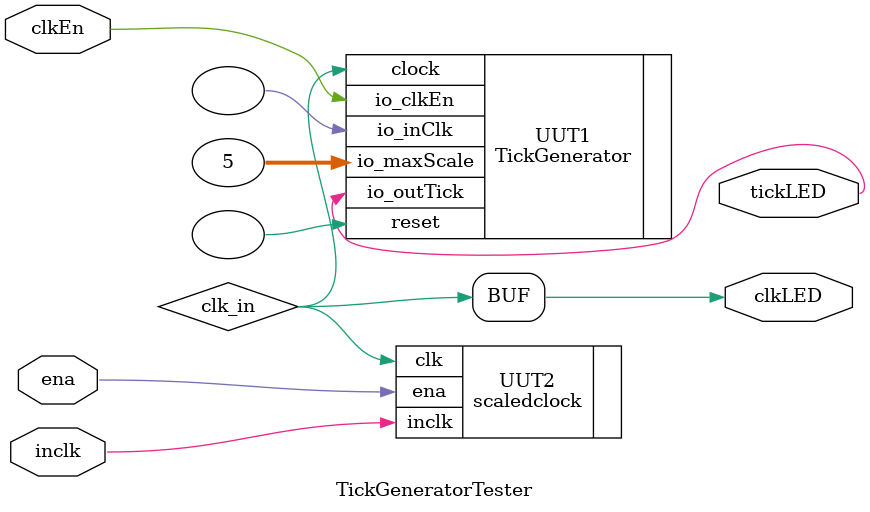
<source format=v>
module TickGeneratorTester(
	input inclk,
	input ena,
	input clkEn,
	output clkLED,
	output tickLED
);

wire clk_in;
assign clkLED = clk_in;

TickGenerator UUT1(
  .clock(clk_in),
  .reset(),
  .io_inClk(),
  .io_clkEn(clkEn),
  .io_maxScale(5),
  .io_outTick(tickLED)
);

scaledclock  UUT2(
	.inclk(inclk),
	.ena(ena),
   .clk(clk_in)
);
	

endmodule

</source>
